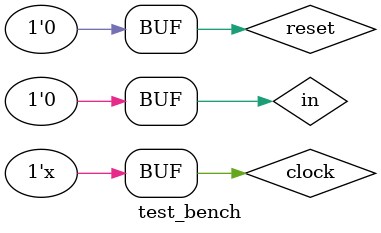
<source format=v>
`timescale 10ns/1ps

module test_bench();
	reg in, clock, reset;
	wire out;
	initial clock = 0;
        initial	reset = 0;
       	initial	in = 0;
	always #10 clock = ~clock;
	r_d_latch dut(out, in, clock, reset);
	initial begin
		$dumpfile("test_r_d_latch.vcd");
		$dumpvars;
		reset = 1;
		#10;
		reset = 0;
		in = 1;
		#5;
		in = 0;
		#5;
		in = 1;
		#5;
		reset = 1;
		#27;
		in = 0;
		#13;
		in = 1;
		#20;
		reset = 0;
		in = 1;
		#5;
		in = 0;
		#5;
		in = 1;
		#7;
		in = 0;
		#3;
		#10;
		in = 1;
		#5;
		in = 0;
		#5;
		in = 1;
		#7;
		in = 0;
		#3;
	end
endmodule 

</source>
